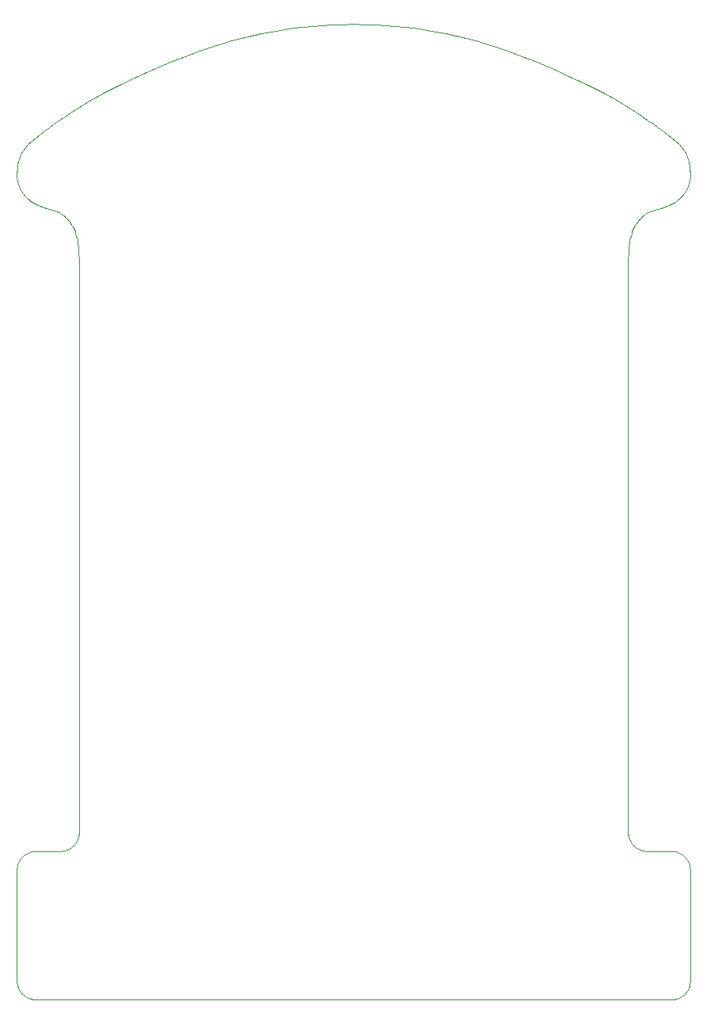
<source format=gbr>
%TF.GenerationSoftware,KiCad,Pcbnew,8.0.2*%
%TF.CreationDate,2024-05-30T02:19:43-04:00*%
%TF.ProjectId,Line-following-learn-to-solder-kit,4c696e65-2d66-46f6-9c6c-6f77696e672d,0*%
%TF.SameCoordinates,Original*%
%TF.FileFunction,Profile,NP*%
%FSLAX46Y46*%
G04 Gerber Fmt 4.6, Leading zero omitted, Abs format (unit mm)*
G04 Created by KiCad (PCBNEW 8.0.2) date 2024-05-30 02:19:43*
%MOMM*%
%LPD*%
G01*
G04 APERTURE LIST*
%TA.AperFunction,Profile*%
%ADD10C,0.010123*%
%TD*%
G04 APERTURE END LIST*
D10*
X91993351Y-55854568D02*
X93134161Y-55895732D01*
X94233415Y-55960901D01*
X95289816Y-56047262D01*
X96302065Y-56152001D01*
X97268866Y-56272304D01*
X98188919Y-56405360D01*
X99060929Y-56548354D01*
X100655623Y-56852904D01*
X102042566Y-57163450D01*
X103211375Y-57457486D01*
X104151669Y-57712505D01*
X104918718Y-57938668D01*
X105977824Y-58277533D01*
X107282089Y-58723093D01*
X108784613Y-59269336D01*
X110438498Y-59910254D01*
X112196843Y-60639836D01*
X114012751Y-61452072D01*
X115839322Y-62340953D01*
X116682545Y-62776972D01*
X117494349Y-63209647D01*
X118274845Y-63638569D01*
X119024145Y-64063327D01*
X119742361Y-64483513D01*
X120429604Y-64898715D01*
X121085986Y-65308525D01*
X121711619Y-65712532D01*
X122306614Y-66110326D01*
X122871084Y-66501497D01*
X123405140Y-66885636D01*
X123908893Y-67262333D01*
X124382456Y-67631177D01*
X124825941Y-67991759D01*
X125239458Y-68343669D01*
X125623120Y-68686496D01*
X125731413Y-68790382D01*
X125832894Y-68896857D01*
X125927784Y-69005671D01*
X126016304Y-69116572D01*
X126098676Y-69229309D01*
X126175120Y-69343632D01*
X126245859Y-69459289D01*
X126311114Y-69576030D01*
X126371105Y-69693603D01*
X126426054Y-69811758D01*
X126521712Y-70048810D01*
X126599857Y-70285176D01*
X126662261Y-70518850D01*
X126710692Y-70747824D01*
X126746923Y-70970090D01*
X126772722Y-71183640D01*
X126789861Y-71386468D01*
X126805239Y-71751924D01*
X126807217Y-72050396D01*
X126799119Y-72244831D01*
X126773722Y-72456770D01*
X126729373Y-72683084D01*
X126664420Y-72920640D01*
X126577208Y-73166308D01*
X126466085Y-73416957D01*
X126329398Y-73669455D01*
X126165493Y-73920673D01*
X126072818Y-74044823D01*
X125972718Y-74167479D01*
X125864988Y-74288248D01*
X125749419Y-74406741D01*
X125625807Y-74522565D01*
X125493944Y-74635330D01*
X125353623Y-74744643D01*
X125204638Y-74850113D01*
X125046782Y-74951350D01*
X124879849Y-75047961D01*
X124703632Y-75139555D01*
X124517924Y-75225742D01*
X124322519Y-75306129D01*
X124117209Y-75380325D01*
X123901790Y-75447939D01*
X123676053Y-75508579D01*
X123245053Y-75622276D01*
X123014674Y-75693646D01*
X122777774Y-75778643D01*
X122536904Y-75880226D01*
X122294614Y-76001355D01*
X122053454Y-76144989D01*
X121815974Y-76314087D01*
X121699410Y-76409111D01*
X121584723Y-76511609D01*
X121472231Y-76621954D01*
X121362252Y-76740514D01*
X121255106Y-76867660D01*
X121151110Y-77003761D01*
X121050585Y-77149188D01*
X120953849Y-77304310D01*
X120861219Y-77469498D01*
X120773016Y-77645120D01*
X120689558Y-77831548D01*
X120611163Y-78029150D01*
X120538151Y-78238298D01*
X120470840Y-78459360D01*
X120409548Y-78692707D01*
X120354596Y-78938709D01*
X120354596Y-78938724D01*
X120315910Y-79150613D01*
X120282964Y-79377425D01*
X120255312Y-79617069D01*
X120232504Y-79867453D01*
X120199633Y-80392069D01*
X120180769Y-80934534D01*
X120172332Y-81478110D01*
X120170740Y-82006058D01*
X120173764Y-82948116D01*
X120173764Y-142246227D01*
X120176417Y-142349675D01*
X120184290Y-142451766D01*
X120197257Y-142552373D01*
X120215187Y-142651369D01*
X120237954Y-142748628D01*
X120265430Y-142844024D01*
X120297485Y-142937430D01*
X120333992Y-143028721D01*
X120374824Y-143117769D01*
X120419851Y-143204449D01*
X120468946Y-143288635D01*
X120521980Y-143370199D01*
X120578826Y-143449016D01*
X120639355Y-143524959D01*
X120703439Y-143597902D01*
X120770951Y-143667718D01*
X120841761Y-143734283D01*
X120915743Y-143797468D01*
X120992767Y-143857147D01*
X121072706Y-143913195D01*
X121155432Y-143965486D01*
X121240816Y-144013892D01*
X121328730Y-144058287D01*
X121419047Y-144098545D01*
X121511638Y-144134541D01*
X121606375Y-144166146D01*
X121703129Y-144193236D01*
X121801774Y-144215684D01*
X121902180Y-144233363D01*
X122004220Y-144246147D01*
X122107766Y-144253911D01*
X122212689Y-144256527D01*
X124768292Y-144256542D01*
X124873215Y-144259158D01*
X124976760Y-144266921D01*
X125078800Y-144279706D01*
X125179206Y-144297385D01*
X125277850Y-144319833D01*
X125374605Y-144346923D01*
X125469341Y-144378530D01*
X125561932Y-144414525D01*
X125652248Y-144454784D01*
X125740162Y-144499180D01*
X125825545Y-144547587D01*
X125908270Y-144599878D01*
X125988208Y-144655926D01*
X126065232Y-144715607D01*
X126139213Y-144778793D01*
X126210022Y-144845358D01*
X126277533Y-144915175D01*
X126341617Y-144988119D01*
X126402145Y-145064062D01*
X126458990Y-145142880D01*
X126512024Y-145224445D01*
X126561118Y-145308631D01*
X126606145Y-145395311D01*
X126646975Y-145484360D01*
X126683482Y-145575652D01*
X126715537Y-145669059D01*
X126743012Y-145764455D01*
X126765779Y-145861714D01*
X126783709Y-145960711D01*
X126796675Y-146061317D01*
X126804549Y-146163408D01*
X126807202Y-146266857D01*
X126807202Y-158120540D01*
X126804549Y-158223980D01*
X126796674Y-158326061D01*
X126783707Y-158426657D01*
X126765774Y-158525643D01*
X126743006Y-158622890D01*
X126715528Y-158718274D01*
X126683470Y-158811668D01*
X126646960Y-158902945D01*
X126606127Y-158991979D01*
X126561097Y-159078644D01*
X126511999Y-159162814D01*
X126458962Y-159244362D01*
X126402114Y-159323161D01*
X126341582Y-159399087D01*
X126277496Y-159472011D01*
X126209982Y-159541809D01*
X126139170Y-159608353D01*
X126065187Y-159671517D01*
X125988162Y-159731175D01*
X125908223Y-159787201D01*
X125825498Y-159839468D01*
X125740114Y-159887850D01*
X125652201Y-159932220D01*
X125561887Y-159972453D01*
X125469298Y-160008422D01*
X125374565Y-160040000D01*
X125277815Y-160067062D01*
X125179175Y-160089481D01*
X125078775Y-160107130D01*
X124976743Y-160119884D01*
X124873205Y-160127616D01*
X124768292Y-160130199D01*
X90812283Y-160119655D01*
X56856274Y-160130199D01*
X56751361Y-160127616D01*
X56647823Y-160119884D01*
X56545791Y-160107130D01*
X56445390Y-160089481D01*
X56346751Y-160067062D01*
X56250000Y-160040000D01*
X56155267Y-160008422D01*
X56062678Y-159972453D01*
X55972363Y-159932220D01*
X55884450Y-159887850D01*
X55799066Y-159839468D01*
X55716341Y-159787201D01*
X55636401Y-159731175D01*
X55559375Y-159671517D01*
X55485392Y-159608353D01*
X55414580Y-159541809D01*
X55347066Y-159472011D01*
X55282979Y-159399087D01*
X55222447Y-159323161D01*
X55165599Y-159244362D01*
X55112561Y-159162814D01*
X55063463Y-159078644D01*
X55018433Y-158991979D01*
X54977599Y-158902945D01*
X54941089Y-158811668D01*
X54909031Y-158718274D01*
X54881553Y-158622890D01*
X54858784Y-158525643D01*
X54840852Y-158426657D01*
X54827884Y-158326061D01*
X54820010Y-158223980D01*
X54817357Y-158120540D01*
X54817357Y-146266857D01*
X54820010Y-146163408D01*
X54827883Y-146061317D01*
X54840850Y-145960711D01*
X54858780Y-145861714D01*
X54881547Y-145764455D01*
X54909022Y-145669059D01*
X54941078Y-145575652D01*
X54977585Y-145484360D01*
X55018416Y-145395311D01*
X55063443Y-145308631D01*
X55112538Y-145224445D01*
X55165572Y-145142880D01*
X55222418Y-145064062D01*
X55282947Y-144988119D01*
X55347031Y-144915175D01*
X55414543Y-144845358D01*
X55485353Y-144778793D01*
X55559334Y-144715607D01*
X55636358Y-144655926D01*
X55716297Y-144599878D01*
X55799022Y-144547587D01*
X55884406Y-144499180D01*
X55972320Y-144454784D01*
X56062636Y-144414525D01*
X56155227Y-144378530D01*
X56249963Y-144346923D01*
X56346718Y-144319833D01*
X56445362Y-144297385D01*
X56545768Y-144279706D01*
X56647807Y-144266921D01*
X56751352Y-144259158D01*
X56856274Y-144256542D01*
X59411869Y-144256527D01*
X59516792Y-144253911D01*
X59620338Y-144246147D01*
X59722378Y-144233363D01*
X59822784Y-144215684D01*
X59921429Y-144193236D01*
X60018184Y-144166146D01*
X60112921Y-144134541D01*
X60205512Y-144098545D01*
X60295828Y-144058287D01*
X60383743Y-144013892D01*
X60469127Y-143965486D01*
X60551852Y-143913195D01*
X60631791Y-143857147D01*
X60708816Y-143797468D01*
X60782797Y-143734283D01*
X60853608Y-143667718D01*
X60921119Y-143597902D01*
X60985204Y-143524959D01*
X61045733Y-143449016D01*
X61102578Y-143370199D01*
X61155613Y-143288635D01*
X61204708Y-143204449D01*
X61249735Y-143117769D01*
X61290566Y-143028721D01*
X61327073Y-142937430D01*
X61359129Y-142844024D01*
X61386604Y-142748628D01*
X61409371Y-142651369D01*
X61427302Y-142552373D01*
X61440268Y-142451766D01*
X61448142Y-142349675D01*
X61450795Y-142246227D01*
X61450795Y-82948116D01*
X61453816Y-82006058D01*
X61452222Y-81478110D01*
X61443782Y-80934534D01*
X61424917Y-80392069D01*
X61392045Y-79867453D01*
X61369237Y-79617069D01*
X61341584Y-79377425D01*
X61308640Y-79150613D01*
X61269955Y-78938724D01*
X61269955Y-78938709D01*
X61215002Y-78692707D01*
X61153711Y-78459360D01*
X61086400Y-78238298D01*
X61013388Y-78029150D01*
X60934993Y-77831548D01*
X60851535Y-77645120D01*
X60763332Y-77469498D01*
X60670702Y-77304310D01*
X60573966Y-77149188D01*
X60473441Y-77003761D01*
X60369446Y-76867660D01*
X60262300Y-76740514D01*
X60152321Y-76621954D01*
X60039829Y-76511609D01*
X59925142Y-76409111D01*
X59808579Y-76314087D01*
X59571099Y-76144989D01*
X59329940Y-76001355D01*
X59087651Y-75880226D01*
X58846783Y-75778643D01*
X58609885Y-75693646D01*
X58379508Y-75622276D01*
X57948513Y-75508579D01*
X57722777Y-75447939D01*
X57507358Y-75380325D01*
X57302049Y-75306129D01*
X57106645Y-75225742D01*
X56920937Y-75139555D01*
X56744720Y-75047961D01*
X56577788Y-74951350D01*
X56419932Y-74850113D01*
X56270948Y-74744643D01*
X56130627Y-74635330D01*
X55998764Y-74522565D01*
X55875152Y-74406741D01*
X55759584Y-74288248D01*
X55651854Y-74167479D01*
X55551754Y-74044823D01*
X55459079Y-73920673D01*
X55295175Y-73669455D01*
X55158488Y-73416957D01*
X55047365Y-73166308D01*
X54960154Y-72920640D01*
X54895200Y-72683084D01*
X54850852Y-72456770D01*
X54825455Y-72244831D01*
X54817357Y-72050396D01*
X54819326Y-71751924D01*
X54834682Y-71386468D01*
X54851808Y-71183640D01*
X54877594Y-70970090D01*
X54913812Y-70747824D01*
X54962232Y-70518850D01*
X55024627Y-70285176D01*
X55102766Y-70048810D01*
X55198423Y-69811758D01*
X55253373Y-69693603D01*
X55313367Y-69576030D01*
X55378625Y-69459289D01*
X55449370Y-69343632D01*
X55525822Y-69229309D01*
X55608203Y-69116572D01*
X55696735Y-69005671D01*
X55791638Y-68896857D01*
X55893135Y-68790382D01*
X56001446Y-68686496D01*
X56385108Y-68343669D01*
X56798626Y-67991759D01*
X57242111Y-67631177D01*
X57715675Y-67262333D01*
X58219429Y-66885636D01*
X58753486Y-66501497D01*
X59317957Y-66110326D01*
X59912953Y-65712532D01*
X60538586Y-65308525D01*
X61194969Y-64898715D01*
X61882212Y-64483513D01*
X62600427Y-64063327D01*
X63349726Y-63638569D01*
X64130221Y-63209647D01*
X64942023Y-62776972D01*
X65785244Y-62340953D01*
X67611811Y-61452072D01*
X69427717Y-60639836D01*
X71186063Y-59910254D01*
X72839949Y-59269336D01*
X74342475Y-58723093D01*
X75646740Y-58277533D01*
X76705845Y-57938668D01*
X77472889Y-57712505D01*
X78413183Y-57457486D01*
X79581993Y-57163450D01*
X80968936Y-56852904D01*
X82563631Y-56548354D01*
X83435640Y-56405360D01*
X84355695Y-56272304D01*
X85322496Y-56152001D01*
X86334746Y-56047262D01*
X87391148Y-55960901D01*
X88490403Y-55895732D01*
X89631214Y-55854568D01*
X90812283Y-55840221D01*
X91993351Y-55854568D01*
M02*

</source>
